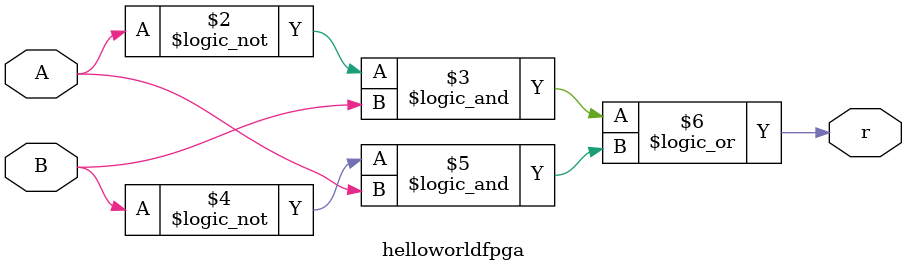
<source format=v>
module helloworldfpga(
    input A,
    input B,
    output wire r,
);
    reg r.g;
    always@(A,B)
        begin
            r=(!A&&B) || (!B&&A);
            
    
    end
    endmodule

</source>
